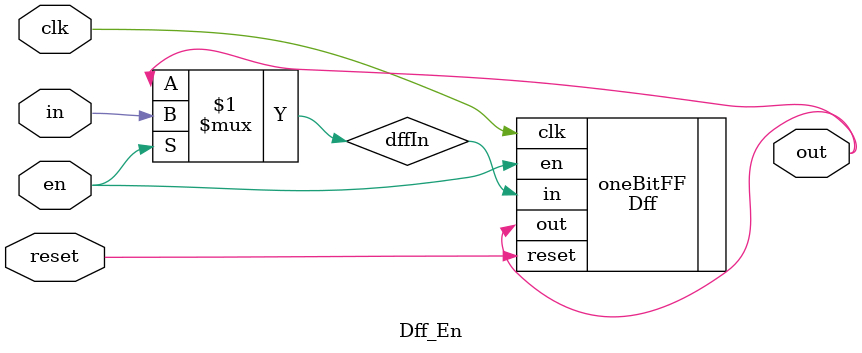
<source format=sv>


// Input:
//		- in: 1-bit input signal.
//		- reset: Reset signal, sets the output value to 0 at the next positive edge.
//      - clk: System Clock Signal.
//      - en: Enable signal that allows value to change at the positive edge.
// Output:
//		- out: output that changes at the positive edge of the clock, if en is true.

module Dff_En (
    input logic in, 
    input logic reset,
    input logic clk,
    input logic en,
    output logic out
);

    logic dffIn;
    assign dffIn = en ? in : out;

    Dff oneBitFF (.in(dffIn), .reset, .en, .out, .clk);


endmodule
</source>
